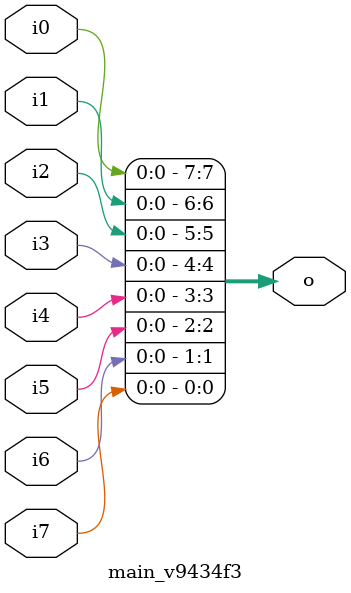
<source format=v>

`default_nettype none

module main (
 input v42529f,
 input va68b7a,
 input vd7bd9f,
 output [7:0] v87668b,
 output vf35ecc,
 output [0:7] vinit
);
 wire w0;
 wire w1;
 wire w2;
 wire w3;
 wire w4;
 wire w5;
 wire w6;
 wire w7;
 wire w8;
 wire w9;
 wire [0:7] w10;
 wire w11;
 wire w12;
 wire w13;
 wire w14;
 wire w15;
 wire w16;
 wire w17;
 wire w18;
 wire w19;
 wire w20;
 wire w21;
 wire w22;
 wire w23;
 wire w24;
 wire w25;
 wire w26;
 wire w27;
 wire w28;
 wire w29;
 wire w30;
 wire w31;
 wire w32;
 wire w33;
 wire w34;
 wire w35;
 wire w36;
 wire w37;
 wire w38;
 wire w39;
 wire w40;
 wire w41;
 wire w42;
 wire w43;
 wire w44;
 assign w0 = vd7bd9f;
 assign vf35ecc = w7;
 assign w9 = va68b7a;
 assign v87668b = w10;
 assign w19 = v42529f;
 assign w23 = v42529f;
 assign w26 = v42529f;
 assign w29 = v42529f;
 assign w32 = v42529f;
 assign w35 = v42529f;
 assign w38 = v42529f;
 assign w41 = v42529f;
 assign w44 = v42529f;
 assign w12 = w11;
 assign w13 = w11;
 assign w13 = w12;
 assign w14 = w11;
 assign w14 = w12;
 assign w14 = w13;
 assign w15 = w11;
 assign w15 = w12;
 assign w15 = w13;
 assign w15 = w14;
 assign w16 = w11;
 assign w16 = w12;
 assign w16 = w13;
 assign w16 = w14;
 assign w16 = w15;
 assign w17 = w11;
 assign w17 = w12;
 assign w17 = w13;
 assign w17 = w14;
 assign w17 = w15;
 assign w17 = w16;
 assign w18 = w11;
 assign w18 = w12;
 assign w18 = w13;
 assign w18 = w14;
 assign w18 = w15;
 assign w18 = w16;
 assign w18 = w17;
 assign w22 = w1;
 assign w23 = w19;
 assign w25 = w2;
 assign w26 = w19;
 assign w26 = w23;
 assign w28 = w3;
 assign w29 = w19;
 assign w29 = w23;
 assign w29 = w26;
 assign w31 = w4;
 assign w32 = w19;
 assign w32 = w23;
 assign w32 = w26;
 assign w32 = w29;
 assign w34 = w5;
 assign w35 = w19;
 assign w35 = w23;
 assign w35 = w26;
 assign w35 = w29;
 assign w35 = w32;
 assign w37 = w6;
 assign w38 = w19;
 assign w38 = w23;
 assign w38 = w26;
 assign w38 = w29;
 assign w38 = w32;
 assign w38 = w35;
 assign w40 = w8;
 assign w41 = w19;
 assign w41 = w23;
 assign w41 = w26;
 assign w41 = w29;
 assign w41 = w32;
 assign w41 = w35;
 assign w41 = w38;
 assign w43 = w7;
 assign w44 = w19;
 assign w44 = w23;
 assign w44 = w26;
 assign w44 = w29;
 assign w44 = w32;
 assign w44 = w35;
 assign w44 = w38;
 assign w44 = w41;
 v70ff7f v027c1e (
  .vef4cea(w0),
  .vc24d9f(w1),
  .vb55943(w12)
 );
 v70ff7f vcc08b8 (
  .vef4cea(w1),
  .vc24d9f(w2),
  .vb55943(w11)
 );
 v70ff7f v2c951a (
  .vef4cea(w2),
  .vc24d9f(w3),
  .vb55943(w13)
 );
 v70ff7f v5cd36e (
  .vef4cea(w3),
  .vc24d9f(w4),
  .vb55943(w14)
 );
 v70ff7f v2423a4 (
  .vef4cea(w4),
  .vc24d9f(w5),
  .vb55943(w15)
 );
 v70ff7f vaa8638 (
  .vef4cea(w5),
  .vc24d9f(w6),
  .vb55943(w16)
 );
 v70ff7f vfd0dfd (
  .vef4cea(w6),
  .vc24d9f(w8),
  .vb55943(w17)
 );
 v70ff7f va9b42f (
  .vc24d9f(w7),
  .vef4cea(w8),
  .vb55943(w18)
 );
 v96f098 vff8a8e (
  .v0e28cb(w9),
  .vcbab45(w20)
 );
 main_v9434f3 v9434f3 (
  .o(w10),
  .i7(w21),
  .i6(w24),
  .i5(w27),
  .i4(w30),
  .i3(w33),
  .i2(w36),
  .i1(w39),
  .i0(w42)
 );
 v7ebc90 v41f048 (
  .vcbab45(w11),
  .v0e28cb(w19),
  .v3ca442(w20)
 );
 v70ff7f vdec3fc (
  .vc24d9f(w21),
  .vef4cea(w22),
  .vb55943(w23)
 );
 v70ff7f v750d37 (
  .vc24d9f(w24),
  .vef4cea(w25),
  .vb55943(w26)
 );
 v70ff7f v3bea11 (
  .vc24d9f(w27),
  .vef4cea(w28),
  .vb55943(w29)
 );
 v70ff7f vcd83d0 (
  .vc24d9f(w30),
  .vef4cea(w31),
  .vb55943(w32)
 );
 v70ff7f vd6a48f (
  .vc24d9f(w33),
  .vef4cea(w34),
  .vb55943(w35)
 );
 v70ff7f vd3ed5f (
  .vc24d9f(w36),
  .vef4cea(w37),
  .vb55943(w38)
 );
 v70ff7f v4071e0 (
  .vc24d9f(w39),
  .vef4cea(w40),
  .vb55943(w41)
 );
 v70ff7f v9202fc (
  .vc24d9f(w42),
  .vef4cea(w43),
  .vb55943(w44)
 );
 assign vinit = 8'b00000000;
endmodule

//---- Top entity
module v70ff7f (
 input vb55943,
 input vef4cea,
 output vc24d9f
);
 wire w0;
 wire w1;
 wire w2;
 assign w0 = vef4cea;
 assign w1 = vb55943;
 assign vc24d9f = w2;
 v70ff7f_v526aa2 v526aa2 (
  .d(w0),
  .clk(w1),
  .q(w2)
 );
endmodule

//---------------------------------------------------
//-- Flip-flop D
//-- - - - - - - - - - - - - - - - - - - - - - - - --
//-- Delay flip-flop
//---------------------------------------------------

module v70ff7f_v526aa2 (
 input clk,
 input d,
 output q
);
 // D flip-flop
 
 reg q = 1'b0;
 
 always @(posedge clk)
 begin
   q <= d;
 end
 
 
endmodule
//---- Top entity
module v96f098 (
 input v0e28cb,
 output vcbab45
);
 wire w0;
 wire w1;
 assign w0 = v0e28cb;
 assign vcbab45 = w1;
 v96f098_vd54ca1 vd54ca1 (
  .a(w0),
  .c(w1)
 );
endmodule

//---------------------------------------------------
//-- NOT
//-- - - - - - - - - - - - - - - - - - - - - - - - --
//-- NOT logic gate
//---------------------------------------------------

module v96f098_vd54ca1 (
 input a,
 output c
);
 // NOT logic gate
 
 assign c = ~ a;
endmodule
//---- Top entity
module v7ebc90 (
 input v0e28cb,
 input v3ca442,
 output vcbab45
);
 wire w0;
 wire w1;
 wire w2;
 assign w0 = v0e28cb;
 assign w1 = v3ca442;
 assign vcbab45 = w2;
 v7ebc90_vf4938a vf4938a (
  .a(w0),
  .b(w1),
  .c(w2)
 );
endmodule

//---------------------------------------------------
//-- AND
//-- - - - - - - - - - - - - - - - - - - - - - - - --
//-- AND logic gate
//---------------------------------------------------

module v7ebc90_vf4938a (
 input a,
 input b,
 output c
);
 // AND logic gate
 
 assign c = a & b;
endmodule

module main_v9434f3 (
 input i7,
 input i6,
 input i5,
 input i4,
 input i3,
 input i2,
 input i1,
 input i0,
 output [7:0] o
);
 assign o = {i0, i1, i2, i3, i4, i5, i6, i7};
endmodule

</source>
